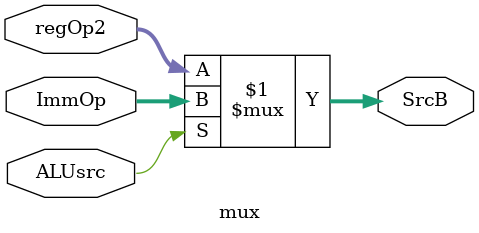
<source format=sv>
module mux #(
    parameter DATA_WIDTH = 32
) (
    input   logic [DATA_WIDTH-1:0]  ImmOp,
    input   logic [DATA_WIDTH-1:0]  regOp2,
    input   logic                   ALUsrc,
    output  logic [DATA_WIDTH-1:0]  SrcB
);


    assign SrcB = ALUsrc ? ImmOp : regOp2;

endmodule

</source>
